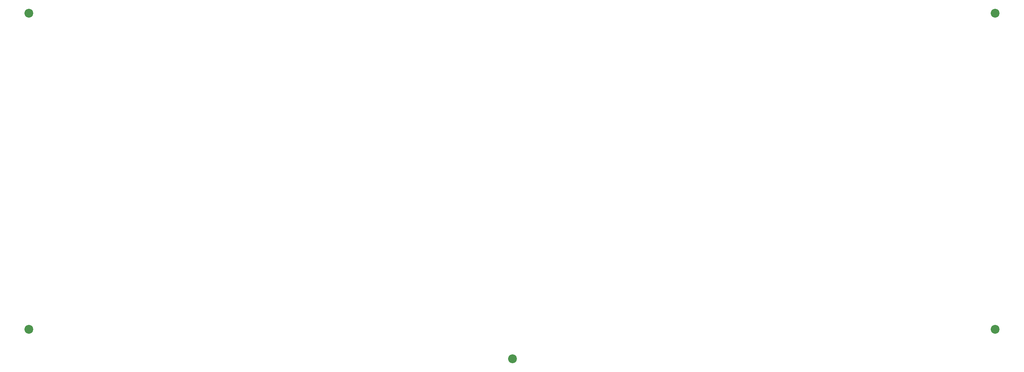
<source format=gts>
G04 #@! TF.GenerationSoftware,KiCad,Pcbnew,8.0.2-1*
G04 #@! TF.CreationDate,2024-07-03T19:51:58+09:00*
G04 #@! TF.ProjectId,lagoon,6c61676f-6f6e-42e6-9b69-6361645f7063,rev?*
G04 #@! TF.SameCoordinates,Original*
G04 #@! TF.FileFunction,Soldermask,Top*
G04 #@! TF.FilePolarity,Negative*
%FSLAX46Y46*%
G04 Gerber Fmt 4.6, Leading zero omitted, Abs format (unit mm)*
G04 Created by KiCad (PCBNEW 8.0.2-1) date 2024-07-03 19:51:58*
%MOMM*%
%LPD*%
G01*
G04 APERTURE LIST*
%ADD10C,2.200000*%
G04 APERTURE END LIST*
D10*
X16668750Y-16668750D03*
X257560945Y-95631249D03*
X137222985Y-102985806D03*
X257554244Y-16668750D03*
X16668750Y-95631249D03*
M02*

</source>
